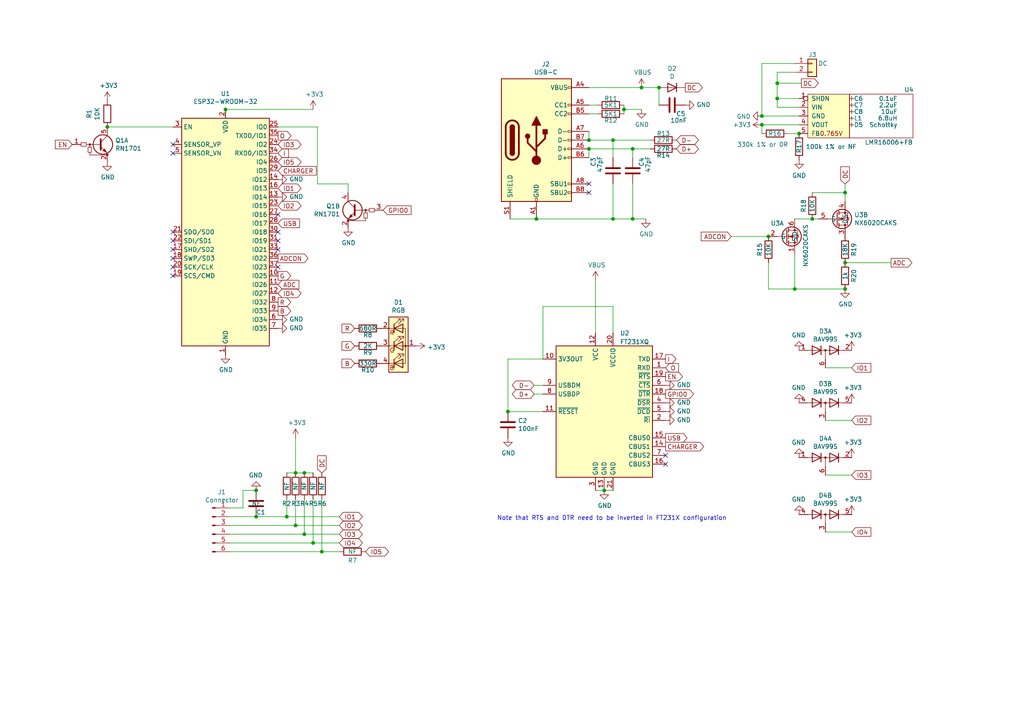
<source format=kicad_sch>
(kicad_sch (version 20211123) (generator eeschema)
  (paper "A4")
  (title_block (title "Generic ESP32 (suitable for battery operation)") (date "${DATE}") (rev "6") (comment 1 "@TheRealRevK") (comment 2 "www.me.uk"))
  (lib_symbols
    (symbol "Connector:Conn_01x06_Male" (pin_names (offset 1.016) hide)
      (property "Reference" "J" (at 0 7.62 0))
      (property "Value" "Conn_01x06_Male" (at 0 -10.16 0))
      (symbol "Conn_01x06_Male_1_1"
        (pin passive line (at 5.08 5.08 180) (length 3.81) (name "Pin_1") (number "1"))
        (pin passive line (at 5.08 2.54 180) (length 3.81) (name "Pin_2") (number "2"))
        (pin passive line (at 5.08 0 180) (length 3.81) (name "Pin_3") (number "3"))
        (pin passive line (at 5.08 -2.54 180) (length 3.81) (name "Pin_4") (number "4"))
        (pin passive line (at 5.08 -5.08 180) (length 3.81) (name "Pin_5") (number "5"))
        (pin passive line (at 5.08 -7.62 180) (length 3.81) (name "Pin_6") (number "6"))
      )
    )
    (symbol "Connector:USB_C_Receptacle_USB2.0" (pin_names (offset 1.016))
      (property "Reference" "J" (at -10.16 19.05 0))
      (property "Value" "USB_C_Receptacle_USB2.0" (at 19.05 19.05 0))
      (symbol "USB_C_Receptacle_USB2.0_1_1"
        (pin passive line (at 0 -22.86 90) (length 5.08) (name "GND") (number "A1"))
        (pin passive line (at 0 -22.86 90) (length 5.08) hide (name "GND") (number "A12"))
        (pin passive line (at 15.24 15.24 180) (length 5.08) (name "VBUS") (number "A4"))
        (pin bidirectional line (at 15.24 10.16 180) (length 5.08) (name "CC1") (number "A5"))
        (pin bidirectional line (at 15.24 -2.54 180) (length 5.08) (name "D+") (number "A6"))
        (pin bidirectional line (at 15.24 2.54 180) (length 5.08) (name "D-") (number "A7"))
        (pin bidirectional line (at 15.24 -12.7 180) (length 5.08) (name "SBU1") (number "A8"))
        (pin passive line (at 15.24 15.24 180) (length 5.08) hide (name "VBUS") (number "A9"))
        (pin passive line (at 0 -22.86 90) (length 5.08) hide (name "GND") (number "B1"))
        (pin passive line (at 0 -22.86 90) (length 5.08) hide (name "GND") (number "B12"))
        (pin passive line (at 15.24 15.24 180) (length 5.08) hide (name "VBUS") (number "B4"))
        (pin bidirectional line (at 15.24 7.62 180) (length 5.08) (name "CC2") (number "B5"))
        (pin bidirectional line (at 15.24 -5.08 180) (length 5.08) (name "D+") (number "B6"))
        (pin bidirectional line (at 15.24 0 180) (length 5.08) (name "D-") (number "B7"))
        (pin bidirectional line (at 15.24 -15.24 180) (length 5.08) (name "SBU2") (number "B8"))
        (pin passive line (at 15.24 15.24 180) (length 5.08) hide (name "VBUS") (number "B9"))
        (pin passive line (at -7.62 -22.86 90) (length 5.08) (name "SHIELD") (number "S1"))
      )
    )
    (symbol "Device:C" (pin_numbers hide) (pin_names (offset 0.254))
      (property "Reference" "C" (at 0.635 2.54 0))
      (property "Value" "C" (at 0.635 -2.54 0))
      (symbol "C_1_1"
        (pin passive line (at 0 3.81 270) (length 2.794) (name "~") (number "1"))
        (pin passive line (at 0 -3.81 90) (length 2.794) (name "~") (number "2"))
      )
    )
    (symbol "Device:D" (pin_numbers hide) (pin_names (offset 1.016) hide)
      (property "Reference" "D" (at 0 2.54 0))
      (property "Value" "D" (at 0 -2.54 0))
      (symbol "D_1_1"
        (pin passive line (at -3.81 0 0) (length 2.54) (name "K") (number "1"))
        (pin passive line (at 3.81 0 180) (length 2.54) (name "A") (number "2"))
      )
    )
    (symbol "Device:LED_ARGB" (pin_names (offset 0) hide)
      (property "Reference" "D" (at 0 9.398 0))
      (property "Value" "LED_ARGB" (at 0 -8.89 0))
      (symbol "LED_ARGB_0_0"
        (text "B" (at -1.905 -6.35 0) (effects (font (size 1.27 1.27))))
        (text "G" (at -1.905 -1.27 0) (effects (font (size 1.27 1.27))))
        (text "R" (at -1.905 3.81 0) (effects (font (size 1.27 1.27))))
      )
      (symbol "LED_ARGB_1_1"
        (pin passive line (at 5.08 0 180) (length 2.54) (name "A") (number "1"))
        (pin passive line (at -5.08 5.08 0) (length 2.54) (name "RK") (number "2"))
        (pin passive line (at -5.08 0 0) (length 2.54) (name "GK") (number "3"))
        (pin passive line (at -5.08 -5.08 0) (length 2.54) (name "BK") (number "4"))
      )
    )
    (symbol "Device:R" (pin_numbers hide) (pin_names (offset 0))
      (property "Reference" "R" (at 2.032 0 90))
      (property "Value" "R" (at 0 0 90))
      (symbol "R_1_1"
        (pin passive line (at 0 3.81 270) (length 1.27) (name "~") (number "1"))
        (pin passive line (at 0 -3.81 90) (length 1.27) (name "~") (number "2"))
      )
    )
    (symbol "Diode:BAV99S" (pin_names (offset 0.0254) hide)
      (property "Reference" "D" (at 0 2.54 0))
      (property "Value" "BAV99S" (at 0 5.08 0))
      (symbol "BAV99S_1_1"
        (pin passive line (at -7.62 0 0) (length 2.54) (name "A1") (number "1"))
        (pin passive line (at 7.62 0 180) (length 2.54) (name "K2") (number "2"))
        (pin passive line (at 0 -5.08 90) (length 2.54) (name "K3A4") (number "6"))
      )
      (symbol "BAV99S_2_1"
        (pin passive line (at 0 -5.08 90) (length 2.54) (name "K1A2") (number "3"))
        (pin passive line (at -7.62 0 0) (length 2.54) (name "A3") (number "4"))
        (pin passive line (at 7.62 0 180) (length 2.54) (name "K4") (number "5"))
      )
    )
    (symbol "RF_Module:ESP32-WROOM-32"
      (property "Reference" "U" (at -12.7 34.29 0))
      (property "Value" "ESP32-WROOM-32" (at 1.27 34.29 0))
      (symbol "ESP32-WROOM-32_1_1"
        (pin power_in line (at 0 -35.56 90) (length 2.54) (name "GND") (number "1"))
        (pin bidirectional line (at 15.24 -12.7 180) (length 2.54) (name "IO25") (number "10"))
        (pin bidirectional line (at 15.24 -15.24 180) (length 2.54) (name "IO26") (number "11"))
        (pin bidirectional line (at 15.24 -17.78 180) (length 2.54) (name "IO27") (number "12"))
        (pin bidirectional line (at 15.24 10.16 180) (length 2.54) (name "IO14") (number "13"))
        (pin bidirectional line (at 15.24 15.24 180) (length 2.54) (name "IO12") (number "14"))
        (pin passive line (at 0 -35.56 90) (length 2.54) hide (name "GND") (number "15"))
        (pin bidirectional line (at 15.24 12.7 180) (length 2.54) (name "IO13") (number "16"))
        (pin bidirectional line (at -15.24 -5.08 0) (length 2.54) (name "SHD/SD2") (number "17"))
        (pin bidirectional line (at -15.24 -7.62 0) (length 2.54) (name "SWP/SD3") (number "18"))
        (pin bidirectional line (at -15.24 -12.7 0) (length 2.54) (name "SCS/CMD") (number "19"))
        (pin power_in line (at 0 35.56 270) (length 2.54) (name "VDD") (number "2"))
        (pin bidirectional line (at -15.24 -10.16 0) (length 2.54) (name "SCK/CLK") (number "20"))
        (pin bidirectional line (at -15.24 0 0) (length 2.54) (name "SDO/SD0") (number "21"))
        (pin bidirectional line (at -15.24 -2.54 0) (length 2.54) (name "SDI/SD1") (number "22"))
        (pin bidirectional line (at 15.24 7.62 180) (length 2.54) (name "IO15") (number "23"))
        (pin bidirectional line (at 15.24 25.4 180) (length 2.54) (name "IO2") (number "24"))
        (pin bidirectional line (at 15.24 30.48 180) (length 2.54) (name "IO0") (number "25"))
        (pin bidirectional line (at 15.24 20.32 180) (length 2.54) (name "IO4") (number "26"))
        (pin bidirectional line (at 15.24 5.08 180) (length 2.54) (name "IO16") (number "27"))
        (pin bidirectional line (at 15.24 2.54 180) (length 2.54) (name "IO17") (number "28"))
        (pin bidirectional line (at 15.24 17.78 180) (length 2.54) (name "IO5") (number "29"))
        (pin input line (at -15.24 30.48 0) (length 2.54) (name "EN") (number "3"))
        (pin bidirectional line (at 15.24 0 180) (length 2.54) (name "IO18") (number "30"))
        (pin bidirectional line (at 15.24 -2.54 180) (length 2.54) (name "IO19") (number "31"))
        (pin no_connect line (at -12.7 -27.94 0) (length 2.54) hide (name "NC") (number "32"))
        (pin bidirectional line (at 15.24 -5.08 180) (length 2.54) (name "IO21") (number "33"))
        (pin bidirectional line (at 15.24 22.86 180) (length 2.54) (name "RXD0/IO3") (number "34"))
        (pin bidirectional line (at 15.24 27.94 180) (length 2.54) (name "TXD0/IO1") (number "35"))
        (pin bidirectional line (at 15.24 -7.62 180) (length 2.54) (name "IO22") (number "36"))
        (pin bidirectional line (at 15.24 -10.16 180) (length 2.54) (name "IO23") (number "37"))
        (pin passive line (at 0 -35.56 90) (length 2.54) hide (name "GND") (number "38"))
        (pin passive line (at 0 -35.56 90) (length 2.54) hide (name "GND") (number "39"))
        (pin input line (at -15.24 25.4 0) (length 2.54) (name "SENSOR_VP") (number "4"))
        (pin input line (at -15.24 22.86 0) (length 2.54) (name "SENSOR_VN") (number "5"))
        (pin input line (at 15.24 -25.4 180) (length 2.54) (name "IO34") (number "6"))
        (pin input line (at 15.24 -27.94 180) (length 2.54) (name "IO35") (number "7"))
        (pin bidirectional line (at 15.24 -20.32 180) (length 2.54) (name "IO32") (number "8"))
        (pin bidirectional line (at 15.24 -22.86 180) (length 2.54) (name "IO33") (number "9"))
      )
    )
    (symbol "RevK:FT231XQ"
      (property "Reference" "U" (at -13.97 20.32 0))
      (property "Value" "FT231XQ" (at 6.35 20.32 0))
      (symbol "FT231XQ_1_1"
        (pin input line (at 17.78 12.7 180) (length 3.81) (name "RXD") (number "1"))
        (pin power_out line (at -17.78 15.24 0) (length 3.81) (name "3V3OUT") (number "10"))
        (pin input line (at -17.78 0 0) (length 3.81) (name "~{RESET}") (number "11"))
        (pin power_in line (at -2.54 22.86 270) (length 3.81) (name "VCC") (number "12"))
        (pin power_in line (at 0 -22.86 90) (length 3.81) (name "GND") (number "13"))
        (pin bidirectional line (at 17.78 -10.16 180) (length 3.81) (name "CBUS1") (number "14"))
        (pin bidirectional line (at 17.78 -7.62 180) (length 3.81) (name "CBUS0") (number "15"))
        (pin bidirectional line (at 17.78 -15.24 180) (length 3.81) (name "CBUS3") (number "16"))
        (pin output line (at 17.78 15.24 180) (length 3.81) (name "TXD") (number "17"))
        (pin output line (at 17.78 5.08 180) (length 3.81) (name "~{DTR}") (number "18"))
        (pin output line (at 17.78 10.16 180) (length 3.81) (name "~{RTS}") (number "19"))
        (pin input line (at 17.78 -2.54 180) (length 3.81) (name "~{RI}") (number "2"))
        (pin power_in line (at 2.54 22.86 270) (length 3.81) (name "VCCIO") (number "20"))
        (pin power_in line (at 2.54 -22.86 90) (length 3.81) (name "GND") (number "21"))
        (pin power_in line (at -2.54 -22.86 90) (length 3.81) (name "GND") (number "3"))
        (pin input line (at 17.78 2.54 180) (length 3.81) (name "~{DSR}") (number "4"))
        (pin input line (at 17.78 0 180) (length 3.81) (name "~{DCD}") (number "5"))
        (pin input line (at 17.78 7.62 180) (length 3.81) (name "~{CTS}") (number "6"))
        (pin bidirectional line (at 17.78 -12.7 180) (length 3.81) (name "CBUS2") (number "7"))
        (pin bidirectional line (at -17.78 5.08 0) (length 3.81) (name "USBDP") (number "8"))
        (pin bidirectional line (at -17.78 7.62 0) (length 3.81) (name "USBDM") (number "9"))
      )
    )
    (symbol "RevK:Hidden" (pin_names (offset 1.016))
      (property "Reference" "Z" (at 0.635 0 0))
      (property "Value" "Hidden" (at 4.445 0 0))
      (symbol "Hidden_1_1"
        (pin no_connect non_logic (at 0 -2.54 90) (length 2.54) hide (name "~") (number "~"))
      )
    )
    (symbol "RevK:LMR16006+FB" (pin_names (offset 1.016))
      (property "Reference" "U" (at 11.43 2.54 0))
      (property "Value" "LMR16006+FB" (at 7.62 -12.7 0))
      (symbol "LMR16006+FB_0_0"
        (text "0.765V" (at 12.7 -10.16 0) (effects (font (size 1.27 1.27)) (justify right)))
      )
      (symbol "LMR16006+FB_1_1"
        (pin input inverted (at 0 0 0) (length 2.54) (name "SHDN") (number "1"))
        (pin power_in line (at 0 -2.54 0) (length 2.54) (name "VIN") (number "2"))
        (pin power_in line (at 0 -5.08 0) (length 2.54) (name "GND") (number "3"))
        (pin power_out line (at 0 -7.62 0) (length 2.54) (name "VOUT") (number "4"))
        (pin passive line (at 0 -10.16 0) (length 2.54) (name "FB") (number "5"))
      )
    )
    (symbol "RevK:NX6020CAKS" (pin_names (offset 1.016))
      (property "Reference" "U" (at 0 -13.97 0))
      (property "Value" "NX6020CAKS" (at 0 -12.065 0))
      (symbol "NX6020CAKS_1_1"
        (pin passive line (at 0 -5.08 90) (length 2.54) (name "S") (number "1"))
        (pin input line (at -7.62 0 0) (length 2.54) (name "G") (number "2"))
        (pin passive line (at 0 5.08 270) (length 2.54) (name "D") (number "6"))
      )
      (symbol "NX6020CAKS_2_1"
        (pin passive line (at 0 5.08 270) (length 2.54) (name "D") (number "3"))
        (pin passive line (at 0 -5.08 90) (length 2.54) (name "S") (number "4"))
        (pin input line (at -7.62 0 0) (length 2.54) (name "G") (number "5"))
      )
    )
    (symbol "RevK:PowerIn" (pin_names (offset 1.016) hide)
      (property "Reference" "J" (at 0 2.54 0))
      (property "Value" "PowerIn" (at 0 -5.08 0))
      (symbol "PowerIn_1_1"
        (pin power_out line (at -5.08 0 0) (length 3.81) (name "Pin_1") (number "1"))
        (pin power_out line (at -5.08 -2.54 0) (length 3.81) (name "Pin_2") (number "2"))
      )
    )
    (symbol "RevK:RN1701" (pin_names hide)
      (property "Reference" "Q" (at 3.81 1.27 0))
      (property "Value" "RN1701" (at 3.81 -1.27 0))
      (symbol "RN1701_1_1"
        (pin input line (at -8.89 0 0) (length 2.54) (name "B2") (number "1"))
        (pin passive line (at 1.27 -5.08 90) (length 2.54) (name "E") (number "2"))
        (pin passive line (at 1.27 5.08 270) (length 2.54) (name "C2") (number "5"))
      )
      (symbol "RN1701_2_1"
        (pin passive line (at 1.27 -5.08 90) (length 2.54) (name "E") (number "2"))
        (pin input line (at -8.89 0 0) (length 2.54) (name "B2") (number "3"))
        (pin passive line (at 1.27 5.08 270) (length 2.54) (name "C2") (number "4"))
      )
    )
    (symbol "power:+3.3V" (power) (pin_names (offset 0))
      (property "Value" "+3.3V" (at 0 3.556 0))
      (symbol "+3.3V_1_1"
        (pin power_in line (at 0 0 90) (length 0) hide (name "+3V3") (number "1"))
      )
    )
    (symbol "power:GND" (power) (pin_names (offset 0))
      (property "Value" "GND" (at 0 -3.81 0))
      (symbol "GND_1_1"
        (pin power_in line (at 0 0 270) (length 0) hide (name "GND") (number "1"))
      )
    )
    (symbol "power:VBUS" (power) (pin_names (offset 0))
      (property "Value" "VBUS" (at 0 3.81 0))
      (symbol "VBUS_1_1"
        (pin power_in line (at 0 0 90) (length 0) hide (name "VBUS") (number "1"))
      )
    )
  )
  (junction (at 183.515 43.18))
  (junction (at 231.775 38.735))
  (junction (at 183.515 63.5))
  (junction (at 85.725 152.4))
  (junction (at 170.815 43.18))
  (junction (at 65.405 31.75))
  (junction (at 90.805 157.48))
  (junction (at 225.425 24.13))
  (junction (at 88.265 137.16))
  (junction (at 225.425 28.575))
  (junction (at 222.885 68.58))
  (junction (at 245.11 83.82))
  (junction (at 93.345 160.02))
  (junction (at 74.295 142.24))
  (junction (at 74.295 149.86))
  (junction (at 83.185 149.86))
  (junction (at 155.575 63.5))
  (junction (at 175.26 142.24))
  (junction (at 147.32 119.38))
  (junction (at 230.505 83.82))
  (junction (at 220.98 33.655))
  (junction (at 245.11 55.88))
  (junction (at 245.11 76.2))
  (junction (at 177.8 63.5))
  (junction (at 220.98 36.195))
  (junction (at 186.055 25.4))
  (junction (at 177.8 40.64))
  (junction (at 180.975 31.75))
  (junction (at 88.265 154.94))
  (junction (at 31.115 36.83))
  (junction (at 191.135 25.4))
  (junction (at 85.725 137.16))
  (junction (at 170.815 40.64))
  (junction (at 235.585 63.5))
  (no_connect (at 80.645 67.31))
  (no_connect (at 170.815 53.34))
  (no_connect (at 50.165 80.01))
  (no_connect (at 50.165 74.93))
  (no_connect (at 80.645 62.23))
  (no_connect (at 50.165 69.85))
  (no_connect (at 50.165 67.31))
  (no_connect (at 193.04 134.62))
  (no_connect (at 50.165 44.45))
  (no_connect (at 80.645 72.39))
  (no_connect (at 80.645 69.85))
  (no_connect (at 50.165 72.39))
  (no_connect (at 193.04 132.08))
  (no_connect (at 170.815 55.88))
  (no_connect (at 80.645 77.47))
  (no_connect (at 50.165 77.47))
  (no_connect (at 50.165 41.91))
  (wire (pts (xy 235.585 55.88) (xy 245.11 55.88)))
  (wire (pts (xy 90.805 137.16) (xy 88.265 137.16)))
  (wire (pts (xy 183.515 43.18) (xy 188.595 43.18)))
  (wire (pts (xy 177.8 53.34) (xy 177.8 63.5)))
  (wire (pts (xy 225.425 24.13) (xy 232.41 24.13)))
  (wire (pts (xy 147.32 119.38) (xy 157.48 119.38)))
  (wire (pts (xy 180.975 31.75) (xy 180.975 33.02)))
  (wire (pts (xy 66.675 147.32) (xy 70.485 147.32)))
  (wire (pts (xy 186.055 25.4) (xy 191.135 25.4)))
  (wire (pts (xy 31.115 36.83) (xy 50.165 36.83)))
  (wire (pts (xy 235.585 63.5) (xy 237.49 63.5)))
  (wire (pts (xy 183.515 63.5) (xy 187.325 63.5)))
  (wire (pts (xy 222.885 76.2) (xy 222.885 83.82)))
  (wire (pts (xy 245.11 55.88) (xy 245.11 58.42)))
  (wire (pts (xy 85.725 137.16) (xy 85.725 127)))
  (wire (pts (xy 225.425 28.575) (xy 225.425 31.115)))
  (wire (pts (xy 170.815 40.64) (xy 177.8 40.64)))
  (wire (pts (xy 225.425 28.575) (xy 231.775 28.575)))
  (wire (pts (xy 191.135 25.4) (xy 191.135 30.48)))
  (wire (pts (xy 220.98 36.195) (xy 231.775 36.195)))
  (wire (pts (xy 228.6 38.735) (xy 231.775 38.735)))
  (wire (pts (xy 225.425 24.13) (xy 225.425 28.575)))
  (wire (pts (xy 230.505 20.955) (xy 225.425 20.955)))
  (wire (pts (xy 147.32 119.38) (xy 147.32 104.14)))
  (wire (pts (xy 239.395 106.68) (xy 247.015 106.68)))
  (wire (pts (xy 83.185 137.16) (xy 85.725 137.16)))
  (wire (pts (xy 220.98 36.195) (xy 220.98 38.735)))
  (wire (pts (xy 239.395 137.795) (xy 247.015 137.795)))
  (wire (pts (xy 245.11 76.2) (xy 258.445 76.2)))
  (wire (pts (xy 183.515 43.18) (xy 183.515 45.72)))
  (wire (pts (xy 225.425 20.955) (xy 225.425 24.13)))
  (wire (pts (xy 157.48 104.14) (xy 157.48 88.9)))
  (wire (pts (xy 220.98 18.415) (xy 230.505 18.415)))
  (wire (pts (xy 222.885 68.58) (xy 212.09 68.58)))
  (wire (pts (xy 70.485 147.32) (xy 70.485 142.24)))
  (wire (pts (xy 147.955 63.5) (xy 155.575 63.5)))
  (wire (pts (xy 88.265 144.78) (xy 88.265 154.94)))
  (wire (pts (xy 66.675 160.02) (xy 93.345 160.02)))
  (wire (pts (xy 66.675 152.4) (xy 85.725 152.4)))
  (wire (pts (xy 92.075 36.83) (xy 92.075 53.34)))
  (wire (pts (xy 170.815 38.1) (xy 170.815 40.64)))
  (wire (pts (xy 177.8 63.5) (xy 183.515 63.5)))
  (wire (pts (xy 65.405 31.75) (xy 90.805 31.75)))
  (wire (pts (xy 186.055 31.75) (xy 180.975 31.75)))
  (wire (pts (xy 175.26 142.24) (xy 177.8 142.24)))
  (wire (pts (xy 230.505 63.5) (xy 235.585 63.5)))
  (wire (pts (xy 157.48 88.9) (xy 177.8 88.9)))
  (wire (pts (xy 157.48 111.76) (xy 154.94 111.76)))
  (wire (pts (xy 155.575 63.5) (xy 177.8 63.5)))
  (wire (pts (xy 239.395 154.305) (xy 247.015 154.305)))
  (wire (pts (xy 65.405 31.75) (xy 65.405 34.29)))
  (wire (pts (xy 66.675 157.48) (xy 90.805 157.48)))
  (wire (pts (xy 92.075 53.34) (xy 100.965 53.34)))
  (wire (pts (xy 172.72 81.28) (xy 172.72 96.52)))
  (wire (pts (xy 170.815 45.72) (xy 170.815 43.18)))
  (wire (pts (xy 90.805 157.48) (xy 98.425 157.48)))
  (wire (pts (xy 180.975 30.48) (xy 180.975 31.75)))
  (wire (pts (xy 90.805 144.78) (xy 90.805 157.48)))
  (wire (pts (xy 85.725 144.78) (xy 85.725 152.4)))
  (wire (pts (xy 177.8 96.52) (xy 177.8 88.9)))
  (wire (pts (xy 170.815 30.48) (xy 173.355 30.48)))
  (wire (pts (xy 88.265 154.94) (xy 98.425 154.94)))
  (wire (pts (xy 170.815 33.02) (xy 173.355 33.02)))
  (wire (pts (xy 170.815 43.18) (xy 183.515 43.18)))
  (wire (pts (xy 66.675 149.86) (xy 74.295 149.86)))
  (wire (pts (xy 100.965 53.34) (xy 100.965 55.88)))
  (wire (pts (xy 85.725 152.4) (xy 98.425 152.4)))
  (wire (pts (xy 154.94 114.3) (xy 157.48 114.3)))
  (wire (pts (xy 230.505 73.66) (xy 230.505 83.82)))
  (wire (pts (xy 83.185 144.78) (xy 83.185 149.86)))
  (wire (pts (xy 70.485 142.24) (xy 74.295 142.24)))
  (wire (pts (xy 74.295 149.86) (xy 83.185 149.86)))
  (wire (pts (xy 88.265 137.16) (xy 85.725 137.16)))
  (wire (pts (xy 183.515 53.34) (xy 183.515 63.5)))
  (wire (pts (xy 147.32 104.14) (xy 157.48 104.14)))
  (wire (pts (xy 220.98 33.655) (xy 231.775 33.655)))
  (wire (pts (xy 66.675 154.94) (xy 88.265 154.94)))
  (wire (pts (xy 93.345 144.78) (xy 93.345 160.02)))
  (wire (pts (xy 220.98 33.655) (xy 220.98 18.415)))
  (wire (pts (xy 222.885 83.82) (xy 230.505 83.82)))
  (wire (pts (xy 172.72 142.24) (xy 175.26 142.24)))
  (wire (pts (xy 170.815 25.4) (xy 186.055 25.4)))
  (wire (pts (xy 93.345 160.02) (xy 98.425 160.02)))
  (wire (pts (xy 80.645 36.83) (xy 92.075 36.83)))
  (wire (pts (xy 239.395 121.92) (xy 247.015 121.92)))
  (wire (pts (xy 230.505 83.82) (xy 245.11 83.82)))
  (wire (pts (xy 83.185 149.86) (xy 98.425 149.86)))
  (wire (pts (xy 245.11 53.34) (xy 245.11 55.88)))
  (wire (pts (xy 225.425 31.115) (xy 231.775 31.115)))
  (wire (pts (xy 177.8 40.64) (xy 177.8 45.72)))
  (wire (pts (xy 177.8 40.64) (xy 188.595 40.64)))
  (text "Note that RTS and DTR need to be inverted in FT231X configuration" (at 144.145 151.13 0) (effects (font (size 1.27 1.27)) (justify left bottom)))
  (global_label "D-" (shape bidirectional) (at 154.94 111.76 180) (property "Intersheet References" "${INTERSHEET_REFS}" (effects hide)))
  (global_label "CHARGER" (shape output) (at 193.04 129.54 0) (property "Intersheet References" "${INTERSHEET_REFS}" (effects hide)))
  (global_label "G" (shape input) (at 102.87 100.33 180) (property "Intersheet References" "${INTERSHEET_REFS}" (effects hide)))
  (global_label "DC" (shape output) (at 232.41 24.13 0) (property "Intersheet References" "${INTERSHEET_REFS}" (effects hide)))
  (global_label "CHARGER" (shape input) (at 80.645 49.53 0) (property "Intersheet References" "${INTERSHEET_REFS}" (effects hide)))
  (global_label "ADC" (shape output) (at 258.445 76.2 0) (property "Intersheet References" "${INTERSHEET_REFS}" (effects hide)))
  (global_label "IO3" (shape bidirectional) (at 80.645 41.91 0) (property "Intersheet References" "${INTERSHEET_REFS}" (effects hide)))
  (global_label "ADCON" (shape input) (at 212.09 68.58 180) (property "Intersheet References" "${INTERSHEET_REFS}" (effects hide)))
  (global_label "IO1" (shape bidirectional) (at 98.425 149.86 0) (property "Intersheet References" "${INTERSHEET_REFS}" (effects hide)))
  (global_label "USB" (shape output) (at 193.04 127 0) (property "Intersheet References" "${INTERSHEET_REFS}" (effects hide)))
  (global_label "IO4" (shape bidirectional) (at 98.425 157.48 0) (property "Intersheet References" "${INTERSHEET_REFS}" (effects hide)))
  (global_label "IO5" (shape bidirectional) (at 80.645 46.99 0) (property "Intersheet References" "${INTERSHEET_REFS}" (effects hide)))
  (global_label "IO1" (shape bidirectional) (at 80.645 54.61 0) (property "Intersheet References" "${INTERSHEET_REFS}" (effects hide)))
  (global_label "DC" (shape input) (at 93.345 137.16 90) (property "Intersheet References" "${INTERSHEET_REFS}" (effects hide)))
  (global_label "O" (shape output) (at 80.645 39.37 0) (property "Intersheet References" "${INTERSHEET_REFS}" (effects hide)))
  (global_label "IO3" (shape bidirectional) (at 98.425 154.94 0) (property "Intersheet References" "${INTERSHEET_REFS}" (effects hide)))
  (global_label "D+" (shape bidirectional) (at 196.215 43.18 0) (property "Intersheet References" "${INTERSHEET_REFS}" (effects hide)))
  (global_label "EN" (shape input) (at 20.955 41.91 180) (property "Intersheet References" "${INTERSHEET_REFS}" (effects hide)))
  (global_label "DC" (shape input) (at 245.11 53.34 90) (property "Intersheet References" "${INTERSHEET_REFS}" (effects hide)))
  (global_label "IO4" (shape input) (at 247.015 154.305 0) (property "Intersheet References" "${INTERSHEET_REFS}" (effects hide)))
  (global_label "G" (shape output) (at 80.645 80.01 0) (property "Intersheet References" "${INTERSHEET_REFS}" (effects hide)))
  (global_label "IO3" (shape input) (at 247.015 137.795 0) (property "Intersheet References" "${INTERSHEET_REFS}" (effects hide)))
  (global_label "D+" (shape bidirectional) (at 154.94 114.3 180) (property "Intersheet References" "${INTERSHEET_REFS}" (effects hide)))
  (global_label "IO2" (shape bidirectional) (at 80.645 59.69 0) (property "Intersheet References" "${INTERSHEET_REFS}" (effects hide)))
  (global_label "I" (shape input) (at 80.645 44.45 0) (property "Intersheet References" "${INTERSHEET_REFS}" (effects hide)))
  (global_label "B" (shape input) (at 102.87 105.41 180) (property "Intersheet References" "${INTERSHEET_REFS}" (effects hide)))
  (global_label "D-" (shape bidirectional) (at 196.215 40.64 0) (property "Intersheet References" "${INTERSHEET_REFS}" (effects hide)))
  (global_label "IO4" (shape bidirectional) (at 80.645 85.09 0) (property "Intersheet References" "${INTERSHEET_REFS}" (effects hide)))
  (global_label "GPIO0" (shape output) (at 193.04 114.3 0) (property "Intersheet References" "${INTERSHEET_REFS}" (effects hide)))
  (global_label "IO2" (shape input) (at 247.015 121.92 0) (property "Intersheet References" "${INTERSHEET_REFS}" (effects hide)))
  (global_label "IO1" (shape input) (at 247.015 106.68 0) (property "Intersheet References" "${INTERSHEET_REFS}" (effects hide)))
  (global_label "USB" (shape input) (at 80.645 64.77 0) (property "Intersheet References" "${INTERSHEET_REFS}" (effects hide)))
  (global_label "R" (shape output) (at 80.645 87.63 0) (property "Intersheet References" "${INTERSHEET_REFS}" (effects hide)))
  (global_label "IO2" (shape bidirectional) (at 98.425 152.4 0) (property "Intersheet References" "${INTERSHEET_REFS}" (effects hide)))
  (global_label "EN" (shape output) (at 193.04 109.22 0) (property "Intersheet References" "${INTERSHEET_REFS}" (effects hide)))
  (global_label "DC" (shape output) (at 198.755 25.4 0) (property "Intersheet References" "${INTERSHEET_REFS}" (effects hide)))
  (global_label "ADCON" (shape output) (at 80.645 74.93 0) (property "Intersheet References" "${INTERSHEET_REFS}" (effects hide)))
  (global_label "I" (shape output) (at 193.04 104.14 0) (property "Intersheet References" "${INTERSHEET_REFS}" (effects hide)))
  (global_label "R" (shape input) (at 102.87 95.25 180) (property "Intersheet References" "${INTERSHEET_REFS}" (effects hide)))
  (global_label "ADC" (shape input) (at 80.645 82.55 0) (property "Intersheet References" "${INTERSHEET_REFS}" (effects hide)))
  (global_label "B" (shape output) (at 80.645 90.17 0) (property "Intersheet References" "${INTERSHEET_REFS}" (effects hide)))
  (global_label "O" (shape input) (at 193.04 106.68 0) (property "Intersheet References" "${INTERSHEET_REFS}" (effects hide)))
  (global_label "IO5" (shape bidirectional) (at 106.045 160.02 0) (property "Intersheet References" "${INTERSHEET_REFS}" (effects hide)))
  (global_label "GPIO0" (shape input) (at 111.125 60.96 0) (property "Intersheet References" "${INTERSHEET_REFS}" (effects hide)))
  (symbol (lib_id "RF_Module:ESP32-WROOM-32") (at 65.405 67.31 0) (unit 1)
    (property "Reference" "U1" (at 65.405 27.1526 0))
    (property "Value" "ESP32-WROOM-32" (at 65.405 29.464 0))
    (property "Footprint" "RF_Module:ESP32-WROOM-32" (effects hide))
    (property "Datasheet" "https://www.espressif.com/sites/default/files/documentation/esp32-wroom-32_datasheet_en.pdf" (effects hide))
    (property "Manufacturer" "Espressif" (effects hide))
    (property "Part No" "ESP32-WROOM-32" (effects hide))
    (property "Notes" "Can be -32D, -32E, etc, must have built in antenna. Select models with 16MB (128Mb) flash fitted" (effects hide))
  )
  (symbol (lib_id "Device:R") (at 177.165 30.48 90) (unit 1)
    (property "Reference" "R11" (at 177.165 28.575 90))
    (property "Value" "5K1" (at 177.165 30.48 90))
    (property "Footprint" "RevK:R_0603" (effects hide))
  )
  (symbol (lib_id "Device:R") (at 83.185 140.97 0) (unit 1) (in_bom no)
    (property "Reference" "R2" (at 84.455 146.05 0) (effects (justify right)))
    (property "Value" "NF" (at 83.185 139.7 90) (effects (justify right)))
    (property "Footprint" "RevK:Pad_1206_0805_Open" (effects hide))
    (property "Notes" "Not fitted" (effects hide))
  )
  (symbol (lib_id "Device:R") (at 85.725 140.97 0) (unit 1)
    (property "Reference" "R3" (at 84.455 146.05 0) (effects (justify left)))
    (property "Value" "NF" (at 85.725 142.24 90) (effects (justify left)))
    (property "Footprint" "RevK:Pad_1206_0805_Open" (effects hide))
    (property "Notes" "Not fitted" (effects hide))
  )
  (symbol (lib_id "Device:R") (at 88.265 140.97 0) (unit 1) (in_bom no)
    (property "Reference" "R4" (at 86.995 146.05 0) (effects (justify left)))
    (property "Value" "NF" (at 88.265 142.24 90) (effects (justify left)))
    (property "Footprint" "RevK:Pad_1206_0805_Open" (effects hide))
    (property "Notes" "Not fitted" (effects hide))
  )
  (symbol (lib_id "RevK:PowerIn") (at 235.585 18.415 0) (unit 1)
    (property "Reference" "J3" (at 236.855 15.875 0) (effects (justify right)))
    (property "Value" "DC" (at 240.03 18.415 0) (effects (justify right)))
    (property "Footprint" "Connector_PinHeader_2.54mm:PinHeader_1x02_P2.54mm_Vertical" (effects hide))
    (property "Notes" "Not fitted" (effects hide))
  )
  (symbol (lib_id "power:VBUS") (at 186.055 25.4 0) (unit 1)
    (property "Reference" "#PWR016" (effects hide))
    (property "Value" "VBUS" (at 186.436 21.0058 0))
  )
  (symbol (lib_id "power:+3.3V") (at 90.805 31.75 0) (unit 1)
    (property "Reference" "#PWR010" (effects hide))
    (property "Value" "+3.3V" (at 91.186 27.3558 0))
  )
  (symbol (lib_id "power:GND") (at 186.055 31.75 0) (unit 1)
    (property "Reference" "#PWR017" (effects hide))
    (property "Value" "GND" (at 186.182 36.1442 0))
  )
  (symbol (lib_id "power:GND") (at 187.325 63.5 0) (unit 1)
    (property "Reference" "#PWR018" (effects hide))
    (property "Value" "GND" (at 187.452 67.8942 0))
  )
  (symbol (lib_id "Device:R") (at 177.165 33.02 270) (unit 1)
    (property "Reference" "R12" (at 177.165 34.925 90))
    (property "Value" "5K1" (at 177.165 33.02 90))
    (property "Footprint" "RevK:R_0603" (effects hide))
  )
  (symbol (lib_id "power:+3.3V") (at 85.725 127 0) (unit 1)
    (property "Reference" "#PWR09" (effects hide))
    (property "Value" "+3.3V" (at 86.106 122.6058 0))
  )
  (symbol (lib_id "power:GND") (at 193.04 111.76 90) (unit 1)
    (property "Reference" "#PWR019" (effects hide))
    (property "Value" "GND" (at 196.2912 111.633 90) (effects (justify right)))
  )
  (symbol (lib_id "power:GND") (at 193.04 116.84 90) (unit 1)
    (property "Reference" "#PWR020" (effects hide))
    (property "Value" "GND" (at 196.2912 116.713 90) (effects (justify right)))
  )
  (symbol (lib_id "power:GND") (at 193.04 119.38 90) (unit 1)
    (property "Reference" "#PWR021" (effects hide))
    (property "Value" "GND" (at 196.2912 119.253 90) (effects (justify right)))
  )
  (symbol (lib_id "power:GND") (at 193.04 121.92 90) (unit 1)
    (property "Reference" "#PWR022" (effects hide))
    (property "Value" "GND" (at 196.2912 121.793 90) (effects (justify right)))
  )
  (symbol (lib_id "power:GND") (at 175.26 142.24 0) (unit 1)
    (property "Reference" "#PWR015" (effects hide))
    (property "Value" "GND" (at 175.387 146.6342 0))
  )
  (symbol (lib_id "power:GND") (at 220.98 33.655 270) (unit 1)
    (property "Reference" "#PWR024" (effects hide))
    (property "Value" "GND" (at 217.7288 33.782 90) (effects (justify right)))
  )
  (symbol (lib_id "power:+3.3V") (at 220.98 36.195 90) (unit 1)
    (property "Reference" "#PWR025" (effects hide))
    (property "Value" "+3.3V" (at 217.805 36.195 90) (effects (justify left)))
  )
  (symbol (lib_id "power:GND") (at 80.645 57.15 90) (unit 1)
    (property "Reference" "#PWR06" (effects hide))
    (property "Value" "GND" (at 83.8962 57.023 90) (effects (justify right)))
  )
  (symbol (lib_id "power:GND") (at 80.645 52.07 90) (unit 1)
    (property "Reference" "#PWR05" (effects hide))
    (property "Value" "GND" (at 83.8962 51.943 90) (effects (justify right)))
  )
  (symbol (lib_id "power:GND") (at 65.405 102.87 0) (unit 1)
    (property "Reference" "#PWR03" (effects hide))
    (property "Value" "GND" (at 65.532 107.2642 0))
  )
  (symbol (lib_id "power:GND") (at 80.645 95.25 90) (unit 1)
    (property "Reference" "#PWR08" (effects hide))
    (property "Value" "GND" (at 83.8962 95.123 90) (effects (justify right)))
  )
  (symbol (lib_id "power:GND") (at 80.645 92.71 90) (unit 1)
    (property "Reference" "#PWR07" (effects hide))
    (property "Value" "GND" (at 83.8962 92.583 90) (effects (justify right)))
  )
  (symbol (lib_id "Device:C") (at 147.32 123.19 0) (unit 1)
    (property "Reference" "C2" (at 150.241 122.0216 0) (effects (justify left)))
    (property "Value" "100nF" (at 150.241 124.333 0) (effects (justify left)))
    (property "Footprint" "RevK:C_0603" (effects hide))
  )
  (symbol (lib_id "power:GND") (at 147.32 127 0) (unit 1)
    (property "Reference" "#PWR013" (effects hide))
    (property "Value" "GND" (at 147.447 131.3942 0))
  )
  (symbol (lib_id "Diode:BAV99S") (at 239.395 101.6 0) (unit 1)
    (property "Reference" "D3" (at 239.395 96.0882 0))
    (property "Value" "BAV99S" (at 239.395 98.3996 0))
    (property "Footprint" "RevK:SOT-363_SC-70-6" (effects hide))
    (property "Datasheet" "https://assets.nexperia.com/documents/data-sheet/BAV99_SER.pdf" (effects hide))
    (property "Manufacturer" "Nexperia" (effects hide))
    (property "Part No" "BAV99S" (effects hide))
  )
  (symbol (lib_id "power:+3.3V") (at 247.015 101.6 0) (unit 1)
    (property "Reference" "#PWR032" (effects hide))
    (property "Value" "+3.3V" (at 247.396 97.2058 0))
  )
  (symbol (lib_id "power:GND") (at 231.775 101.6 180) (unit 1)
    (property "Reference" "#PWR027" (effects hide))
    (property "Value" "GND" (at 231.648 97.2058 0))
  )
  (symbol (lib_id "power:VBUS") (at 172.72 81.28 0) (unit 1)
    (property "Reference" "#PWR014" (effects hide))
    (property "Value" "VBUS" (at 173.101 76.8858 0))
  )
  (symbol (lib_id "Device:R") (at 245.11 72.39 0) (unit 1)
    (property "Reference" "R19" (at 247.65 72.39 90))
    (property "Value" "18K" (at 245.11 72.39 90))
    (property "Footprint" "RevK:R_0603" (effects hide))
  )
  (symbol (lib_id "Device:R") (at 245.11 80.01 0) (unit 1)
    (property "Reference" "R20" (at 247.65 80.01 90))
    (property "Value" "1k" (at 245.11 80.01 90))
    (property "Footprint" "RevK:R_0603" (effects hide))
  )
  (symbol (lib_id "Device:R") (at 31.115 33.02 180) (unit 1)
    (property "Reference" "R1" (at 25.8572 33.02 90))
    (property "Value" "10K" (at 28.1686 33.02 90))
    (property "Footprint" "RevK:R_0603" (effects hide))
  )
  (symbol (lib_id "power:+3.3V") (at 31.115 29.21 0) (unit 1)
    (property "Reference" "#PWR01" (effects hide))
    (property "Value" "+3.3V" (at 31.496 24.8158 0))
  )
  (symbol (lib_id "power:GND") (at 31.115 46.99 0) (unit 1)
    (property "Reference" "#PWR02" (effects hide))
    (property "Value" "GND" (at 31.242 51.3842 0))
  )
  (symbol (lib_id "power:GND") (at 100.965 66.04 0) (unit 1)
    (property "Reference" "#PWR011" (effects hide))
    (property "Value" "GND" (at 101.092 70.4342 0))
  )
  (symbol (lib_id "Device:R") (at 106.68 105.41 270) (unit 1)
    (property "Reference" "R10" (at 106.68 107.315 90))
    (property "Value" "330R" (at 106.68 105.41 90))
    (property "Footprint" "RevK:R_0603" (effects hide))
  )
  (symbol (lib_id "power:+3.3V") (at 120.65 100.33 270) (unit 1)
    (property "Reference" "#PWR012" (effects hide))
    (property "Value" "+3.3V" (at 123.9012 100.711 90) (effects (justify left)))
  )
  (symbol (lib_id "RevK:RN1701") (at 29.845 41.91 0) (unit 1)
    (property "Reference" "Q1" (at 33.4264 40.7416 0) (effects (justify left)))
    (property "Value" "RN1701" (at 33.4264 43.053 0) (effects (justify left)))
    (property "Footprint" "RevK:USV-5" (effects hide))
    (property "Datasheet" "https://www.mouser.co.uk/datasheet/2/408/RN1701_datasheet_en_20191003-1627196.pdf" (effects hide))
    (property "Manufacturer" "Toshiba" (effects hide))
    (property "Part No" "RN1701" (effects hide))
  )
  (symbol (lib_id "RevK:RN1701") (at 102.235 60.96 0) (mirror y) (unit 2)
    (property "Reference" "Q1" (at 98.6536 59.7916 0) (effects (justify left)))
    (property "Value" "RN1701" (at 98.6536 62.103 0) (effects (justify left)))
    (property "Footprint" "RevK:USV-5" (effects hide))
    (property "Datasheet" "https://www.mouser.co.uk/datasheet/2/408/RN1701_datasheet_en_20191003-1627196.pdf" (effects hide))
    (property "Manufacturer" "Toshiba" (effects hide))
    (property "Part No" "RN1701" (effects hide))
  )
  (symbol (lib_id "Device:D") (at 194.945 25.4 180) (unit 1)
    (property "Reference" "D2" (at 194.945 19.8882 0))
    (property "Value" "D" (at 194.945 22.1996 0))
    (property "Footprint" "Diode_SMD:D_1206_3216Metric" (effects hide))
  )
  (symbol (lib_id "Device:R") (at 222.885 72.39 180) (unit 1)
    (property "Reference" "R15" (at 220.345 72.39 90))
    (property "Value" "10K" (at 222.885 72.39 90))
    (property "Footprint" "RevK:R_0603" (effects hide))
  )
  (symbol (lib_id "RevK:NX6020CAKS") (at 230.505 68.58 0) (unit 1)
    (property "Reference" "U3" (at 223.52 64.77 0) (effects (justify left)))
    (property "Value" "NX6020CAKS" (at 233.68 77.47 90) (effects (justify left)))
    (property "Footprint" "Package_TO_SOT_SMD:SOT-363_SC-70-6" (effects hide))
    (property "Datasheet" "https://assets.nexperia.com/documents/data-sheet/NX6020CAKS.pdf" (effects hide))
    (property "Part No" "NX6020CAKS" (effects hide))
    (property "Manufacturer" "Nexperia" (effects hide))
  )
  (symbol (lib_id "RevK:NX6020CAKS") (at 245.11 63.5 0) (mirror x) (unit 2)
    (property "Reference" "U3" (at 247.777 62.3316 0) (effects (justify left)))
    (property "Value" "NX6020CAKS" (at 247.777 64.643 0) (effects (justify left)))
    (property "Footprint" "Package_TO_SOT_SMD:SOT-363_SC-70-6" (effects hide))
    (property "Datasheet" "https://assets.nexperia.com/documents/data-sheet/NX6020CAKS.pdf" (effects hide))
  )
  (symbol (lib_id "power:GND") (at 245.11 83.82 0) (unit 1)
    (property "Reference" "#PWR031" (effects hide))
    (property "Value" "GND" (at 245.237 88.2142 0))
  )
  (symbol (lib_id "Device:R") (at 235.585 59.69 180) (unit 1)
    (property "Reference" "R18" (at 233.045 59.69 90))
    (property "Value" "10K" (at 235.585 59.69 90))
    (property "Footprint" "RevK:R_0603" (effects hide))
    (property "Datasheet" "https://www.ti.com/lit/ds/symlink/lmr16006.pdf" (effects hide))
    (property "Note" "Ideally use Q3 (3.3V fixed)" (effects hide))
    (property "PartNo" "LMR16006XDDCR" (effects hide))
  )
  (symbol (lib_id "Device:LED_ARGB") (at 115.57 100.33 0) (unit 1)
    (property "Reference" "D1" (at 115.57 87.7062 0))
    (property "Value" "RGB" (at 115.57 90.0176 0))
    (property "Footprint" "RevK:LED-RGB-1.6x1.6" (effects hide))
    (property "Manufacturer" "Kingbright" (effects hide))
    (property "Part No" "APTF1616LSEEZGKQBKC" (effects hide))
  )
  (symbol (lib_id "Device:R") (at 106.68 95.25 270) (unit 1)
    (property "Reference" "R8" (at 106.68 97.155 90))
    (property "Value" "680R" (at 106.68 95.25 90))
    (property "Footprint" "RevK:R_0603" (effects hide))
  )
  (symbol (lib_id "Device:C") (at 194.945 30.48 270) (unit 1)
    (property "Reference" "C5" (at 197.485 33.02 90))
    (property "Value" "10nF" (at 196.85 34.925 90))
    (property "Footprint" "RevK:C_0603" (effects hide))
  )
  (symbol (lib_id "Device:R") (at 106.68 100.33 270) (unit 1)
    (property "Reference" "R9" (at 106.68 102.235 90))
    (property "Value" "2K" (at 106.68 100.33 90))
    (property "Footprint" "RevK:R_0603" (effects hide))
  )
  (symbol (lib_id "power:GND") (at 198.755 30.48 90) (unit 1)
    (property "Reference" "#PWR023" (effects hide))
    (property "Value" "GND" (at 202.0062 30.353 90) (effects (justify right)))
  )
  (symbol (lib_id "Device:C") (at 177.8 49.53 0) (unit 1)
    (property "Reference" "C3" (at 172.085 46.99 90))
    (property "Value" "47pF" (at 173.99 47.625 90))
    (property "Footprint" "RevK:C_0603" (effects hide))
  )
  (symbol (lib_id "Device:C") (at 183.515 49.53 0) (unit 1)
    (property "Reference" "C4" (at 186.055 46.99 90))
    (property "Value" "47pF" (at 187.96 47.625 90))
    (property "Footprint" "RevK:C_0603" (effects hide))
  )
  (symbol (lib_id "Connector:USB_C_Receptacle_USB2.0") (at 155.575 40.64 0) (unit 1)
    (property "Reference" "J2" (at 158.2928 18.6182 0))
    (property "Value" "USB-C" (at 158.2928 20.9296 0))
    (property "Footprint" "RevK:USC16-TR-Round" (effects hide))
    (property "Datasheet" "https://www.usb.org/sites/default/files/documents/usb_type-c.zip" (effects hide))
    (property "Manufacturer" "Valcon" (effects hide))
    (property "Part No" "CSP-USC16-TR" (effects hide))
    (property "Order URL" "https://www.toby.co.uk/signal-to-board-connectors/usb-connectors/csp-usc16-tr-valcon-usb-type-c-surface-mount-pcb-socket/" (effects hide))
  )
  (symbol (lib_id "Device:R") (at 90.805 140.97 0) (unit 1) (in_bom no)
    (property "Reference" "R5" (at 89.535 146.05 0) (effects (justify left)))
    (property "Value" "NF" (at 90.805 142.24 90) (effects (justify left)))
    (property "Footprint" "RevK:Pad_1206_0805_Open" (effects hide))
    (property "Notes" "Not fitted" (effects hide))
  )
  (symbol (lib_id "Device:R") (at 93.345 140.97 0) (unit 1) (in_bom no)
    (property "Reference" "R6" (at 92.075 146.05 0) (effects (justify left)))
    (property "Value" "NF" (at 93.345 142.24 90) (effects (justify left)))
    (property "Footprint" "RevK:Pad_1206_0805_Open" (effects hide))
    (property "Notes" "Not fitted" (effects hide))
  )
  (symbol (lib_id "Connector:Conn_01x06_Male") (at 61.595 152.4 0) (unit 1)
    (property "Reference" "J1" (at 64.3382 142.7226 0))
    (property "Value" "Connector" (at 64.3382 145.034 0))
    (property "Footprint" "RevK:Molex_MiniSPOX_H6RA" (effects hide))
    (property "Manufacturer" "Molex" (effects hide))
    (property "Part No" "0022057065" (effects hide))
    (property "Notes" "Not fitted" (effects hide))
  )
  (symbol (lib_id "power:GND") (at 74.295 142.24 180) (unit 1)
    (property "Reference" "#PWR04" (effects hide))
    (property "Value" "GND" (at 74.168 137.8458 0))
  )
  (symbol (lib_id "Device:R") (at 102.235 160.02 270) (unit 1) (in_bom no)
    (property "Reference" "R7" (at 102.235 162.56 90))
    (property "Value" "NF" (at 102.235 160.02 90))
    (property "Footprint" "RevK:Pad_1206_0805_Open" (effects hide))
    (property "Notes" "Not fitted" (effects hide))
  )
  (symbol (lib_id "Device:C") (at 74.295 146.05 0) (unit 1) (in_bom no)
    (property "Reference" "C1" (at 74.295 148.59 0) (effects (justify left)))
    (property "Value" "NF" (at 73.025 146.05 0) (effects (justify left)))
    (property "Footprint" "RevK:Pad_1206_0805_Open" (effects hide))
    (property "Notes" "Not fitted" (effects hide))
  )
  (symbol (lib_id "Diode:BAV99S") (at 239.395 116.84 0) (unit 2)
    (property "Reference" "D3" (at 239.395 111.3282 0))
    (property "Value" "BAV99S" (at 239.395 113.6396 0))
    (property "Footprint" "RevK:SOT-363_SC-70-6" (effects hide))
    (property "Datasheet" "https://assets.nexperia.com/documents/data-sheet/BAV99_SER.pdf" (effects hide))
    (property "Manufacturer" "Nexperia" (effects hide))
    (property "Part No" "BAV99S" (effects hide))
  )
  (symbol (lib_id "power:+3.3V") (at 247.015 116.84 0) (unit 1)
    (property "Reference" "#PWR033" (effects hide))
    (property "Value" "+3.3V" (at 247.396 112.4458 0))
  )
  (symbol (lib_id "power:GND") (at 231.775 116.84 180) (unit 1)
    (property "Reference" "#PWR028" (effects hide))
    (property "Value" "GND" (at 231.648 112.4458 0))
  )
  (symbol (lib_id "Diode:BAV99S") (at 239.395 132.715 0) (unit 1)
    (property "Reference" "D4" (at 239.395 127.2032 0))
    (property "Value" "BAV99S" (at 239.395 129.5146 0))
    (property "Footprint" "RevK:SOT-363_SC-70-6" (effects hide))
    (property "Datasheet" "https://assets.nexperia.com/documents/data-sheet/BAV99_SER.pdf" (effects hide))
    (property "Manufacturer" "Nexperia" (effects hide))
    (property "Part No" "BAV99S" (effects hide))
  )
  (symbol (lib_id "power:+3.3V") (at 247.015 132.715 0) (unit 1)
    (property "Reference" "#PWR034" (effects hide))
    (property "Value" "+3.3V" (at 247.396 128.3208 0))
  )
  (symbol (lib_id "power:GND") (at 231.775 132.715 180) (unit 1)
    (property "Reference" "#PWR029" (effects hide))
    (property "Value" "GND" (at 231.648 128.3208 0))
  )
  (symbol (lib_id "Diode:BAV99S") (at 239.395 149.225 0) (unit 2)
    (property "Reference" "D4" (at 239.395 143.7132 0))
    (property "Value" "BAV99S" (at 239.395 146.0246 0))
    (property "Footprint" "RevK:SOT-363_SC-70-6" (effects hide))
    (property "Datasheet" "https://assets.nexperia.com/documents/data-sheet/BAV99_SER.pdf" (effects hide))
    (property "Manufacturer" "Nexperia" (effects hide))
    (property "Part No" "BAV99S" (effects hide))
  )
  (symbol (lib_id "power:+3.3V") (at 247.015 149.225 0) (unit 1)
    (property "Reference" "#PWR035" (effects hide))
    (property "Value" "+3.3V" (at 247.396 144.8308 0))
  )
  (symbol (lib_id "power:GND") (at 231.775 149.225 180) (unit 1)
    (property "Reference" "#PWR030" (effects hide))
    (property "Value" "GND" (at 231.648 144.8308 0))
  )
  (symbol (lib_id "Device:R") (at 192.405 40.64 90) (unit 1)
    (property "Reference" "R13" (at 192.405 38.735 90))
    (property "Value" "27R" (at 192.405 40.64 90))
    (property "Footprint" "RevK:R_0603" (effects hide))
  )
  (symbol (lib_id "Device:R") (at 192.405 43.18 270) (unit 1)
    (property "Reference" "R14" (at 192.405 45.085 90))
    (property "Value" "27R" (at 192.405 43.18 90))
    (property "Footprint" "RevK:R_0603" (effects hide))
  )
  (symbol (lib_id "RevK:Hidden") (at 247.015 28.575 0) (unit 1)
    (property "Reference" "C6" (at 247.65 28.575 0) (effects (justify left)))
    (property "Value" "0.1uF" (at 260.35 28.575 0) (effects (justify right)))
    (property "Footprint" "RevK:Hidden" (effects hide))
    (property "Note" "X7R or X5R 0603" (effects hide))
  )
  (symbol (lib_id "RevK:Hidden") (at 247.015 30.48 0) (unit 1)
    (property "Reference" "C7" (at 247.65 30.48 0) (effects (justify left)))
    (property "Value" "2.2uF" (at 260.35 30.48 0) (effects (justify right)))
    (property "Footprint" "RevK:Hidden" (effects hide))
    (property "Note" "0603 or 0805" (effects hide))
  )
  (symbol (lib_id "RevK:Hidden") (at 247.015 32.385 0) (unit 1)
    (property "Reference" "C8" (at 247.65 32.385 0) (effects (justify left)))
    (property "Value" "10uF" (at 260.35 32.385 0) (effects (justify right)))
    (property "Footprint" "RevK:Hidden" (effects hide))
    (property "Note" "0603 or 0805" (effects hide))
  )
  (symbol (lib_id "RevK:Hidden") (at 247.015 34.29 0) (unit 1)
    (property "Reference" "L1" (at 247.65 34.29 0) (effects (justify left)))
    (property "Value" "6.8uH" (at 260.35 34.29 0) (effects (justify right)))
    (property "Footprint" "RevK:Hidden" (effects hide))
    (property "Datasheet" "https://www.mouser.co.uk/datasheet/2/987/Laird_Performance_TYA4020_series__Rev_A_-1877538.pdf" (effects hide))
    (property "Manufacturer" "Laird" (effects hide))
    (property "Part No" "TYA4020" (effects hide))
  )
  (symbol (lib_id "RevK:Hidden") (at 247.015 36.195 0) (unit 1)
    (property "Reference" "D5" (at 247.65 36.195 0) (effects (justify left)))
    (property "Value" "Schottky" (at 260.35 36.195 0) (effects (justify right)))
    (property "Footprint" "RevK:Hidden" (effects hide))
    (property "Datasheet" "https://www.mouser.co.uk/datasheet/2/54/CD1206-B220_B2100-777245.pdf" (effects hide))
    (property "Manufacturer" "Bourns" (effects hide))
    (property "Part No" "CD1206-B2100" (effects hide))
  )
  (symbol (lib_id "RevK:FT231XQ") (at 175.26 119.38 0) (unit 1)
    (property "Reference" "U2" (at 179.8194 96.6302 0) (effects (justify left)))
    (property "Value" "FT231XQ" (at 179.8194 99.1671 0) (effects (justify left)))
    (property "Footprint" "RevK:QFN-20-1EP_4x4mm_P0.5mm_EP2.5x2.5mm" (effects hide))
    (property "Datasheet" "https://www.ftdichip.com/Support/Documents/DataSheets/ICs/DS_FT231X.pdf" (effects hide))
  )
  (symbol (lib_id "power:GND") (at 231.775 46.355 0) (unit 1)
    (property "Reference" "#PWR026" (effects hide))
    (property "Value" "GND" (at 231.775 50.9175 0))
  )
  (symbol (lib_id "Device:R") (at 231.775 42.545 180) (unit 1)
    (property "Reference" "R17" (at 231.775 44.45 90) (effects (justify right)))
    (property "Value" "100k 1% or NF" (at 233.68 42.545 0) (effects (justify right)))
    (property "Footprint" "RevK:R_0603" (effects hide))
  )
  (symbol (lib_id "RevK:LMR16006+FB") (at 231.775 28.575 0) (unit 1)
    (property "Reference" "U4" (at 262.255 26.035 0) (effects (justify left)))
    (property "Value" "LMR16006+FB" (at 250.825 41.275 0) (effects (justify left)))
    (property "Footprint" "RevK:RegulatorBlockFB" (effects hide))
    (property "Manufacturer" "TI" (effects hide))
    (property "Part No" "LMR16006YQ3" (effects hide))
  )
  (symbol (lib_id "Device:R") (at 224.79 38.735 90) (unit 1)
    (property "Reference" "R16" (at 226.695 38.735 90) (effects (justify left)))
    (property "Value" "330k 1% or 0R" (at 228.6 41.91 90) (effects (justify left)))
    (property "Footprint" "RevK:R_0603" (effects hide))
  )
)
</source>
